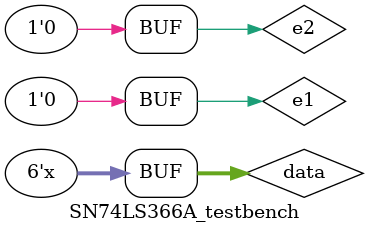
<source format=v>
`timescale 1ns / 1ps


module SN74LS366A_testbench;

    // Inputs
    reg e1;
    reg e2;
    reg [5:0] data;

    // Outputs
    wire [5:0] out;

    // Instantiate the Unit Under Test (UUT)
    SN74LS365 # (.INVERTED_OUTPUT(1)) uut (
        .e1(e1), 
        .e2(e2), 
        .data(data), 
        .out(out)
    );

    initial begin
        // Initialize Inputs
        e1 = 1;
        e2 = 0;
        data = 0;
        
        #100;
        e2 = 1;

        // Wait 100 ns for global reset to finish
        #100;      
        // Add stimulus here
        e1 = 0;
        
        #100;
        e2 = 0;
    end
      
    always
    begin
        #100 data <= data + 1;
    end
      
endmodule


</source>
